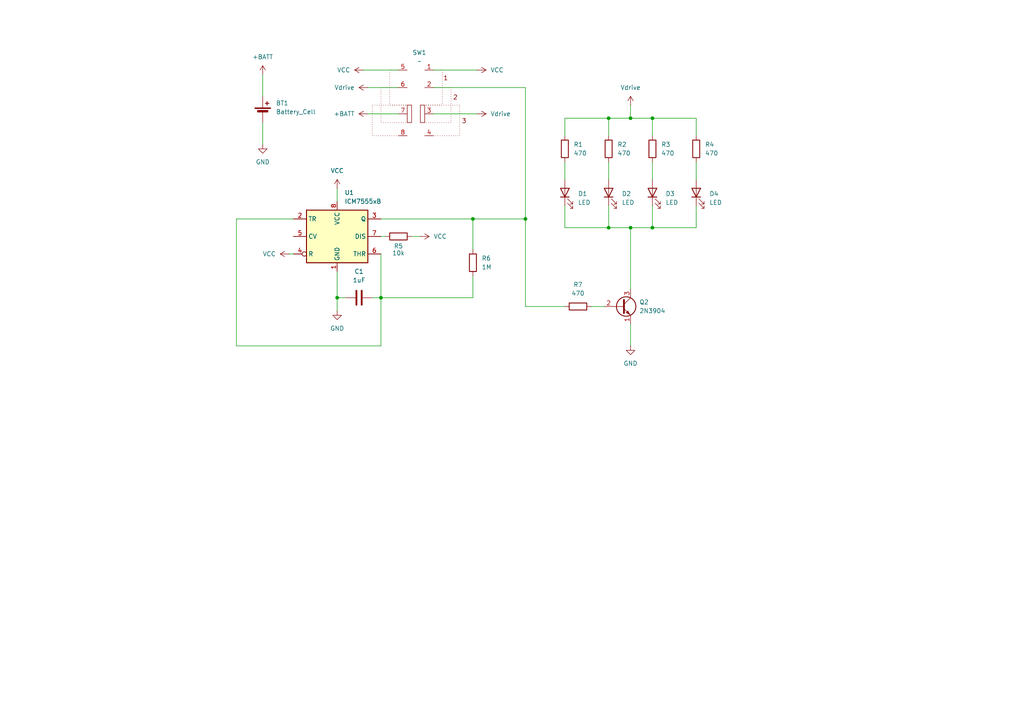
<source format=kicad_sch>
(kicad_sch (version 20250114) (generator "eeschema") (generator_version "9.0")
  (paper "A4")
  (lib_symbols
    (symbol "Device:Battery_Cell" (pin_numbers (hide yes)) (pin_names (offset 0) (hide yes))
      (property "Reference" "BT" (at 2.54 2.54 0))
      (property "Value" "Battery_Cell" (at 2.54 0 0))
      (symbol "Battery_Cell_0_1"
        (rectangle (start -2.286 1.778) (end 2.286 1.524) (fill (type outline)))
        (rectangle (start -1.524 1.016) (end 1.524 0.508) (fill (type outline)))
        (polyline (pts (xy 0 1.778) (xy 0 2.54)))
        (polyline (pts (xy 0 0.762) (xy 0 0)))
        (polyline (pts (xy 0.762 3.048) (xy 1.778 3.048)) (stroke (width 0.254)))
        (polyline (pts (xy 1.27 3.556) (xy 1.27 2.54)) (stroke (width 0.254)))
      )
      (symbol "Battery_Cell_1_1"
        (pin passive line (at 0 5.08 270) (length 2.54) (name "+") (number "1"))
        (pin passive line (at 0 -2.54 90) (length 2.54) (name "-") (number "2"))
      )
    )
    (symbol "Device:C" (pin_numbers (hide yes)) (pin_names (offset 0.254))
      (property "Reference" "C" (at 0.635 2.54 0))
      (property "Value" "C" (at 0.635 -2.54 0))
      (symbol "C_0_1"
        (polyline (pts (xy -2.032 0.762) (xy 2.032 0.762)) (stroke (width 0.508)))
        (polyline (pts (xy -2.032 -0.762) (xy 2.032 -0.762)) (stroke (width 0.508)))
      )
      (symbol "C_1_1"
        (pin passive line (at 0 3.81 270) (length 2.794) (name "~") (number "1"))
        (pin passive line (at 0 -3.81 90) (length 2.794) (name "~") (number "2"))
      )
    )
    (symbol "Device:LED" (pin_numbers (hide yes)) (pin_names (offset 1.016) (hide yes))
      (property "Reference" "D" (at 0 2.54 0))
      (property "Value" "LED" (at 0 -2.54 0))
      (symbol "LED_0_1"
        (polyline (pts (xy -3.048 -0.762) (xy -4.572 -2.286) (xy -3.81 -2.286) (xy -4.572 -2.286) (xy -4.572 -1.524)))
        (polyline (pts (xy -1.778 -0.762) (xy -3.302 -2.286) (xy -2.54 -2.286) (xy -3.302 -2.286) (xy -3.302 -1.524)))
        (polyline (pts (xy -1.27 0) (xy 1.27 0)))
        (polyline (pts (xy -1.27 -1.27) (xy -1.27 1.27)) (stroke (width 0.254)))
        (polyline (pts (xy 1.27 -1.27) (xy 1.27 1.27) (xy -1.27 0) (xy 1.27 -1.27)) (stroke (width 0.254)))
      )
      (symbol "LED_1_1"
        (pin passive line (at -3.81 0 0) (length 2.54) (name "K") (number "1"))
        (pin passive line (at 3.81 0 180) (length 2.54) (name "A") (number "2"))
      )
    )
    (symbol "Device:R" (pin_numbers (hide yes)) (pin_names (offset 0))
      (property "Reference" "R" (at 2.032 0 90))
      (property "Value" "R" (at 0 0 90))
      (symbol "R_0_1"
        (rectangle (start -1.016 -2.54) (end 1.016 2.54) (stroke (width 0.254)))
      )
      (symbol "R_1_1"
        (pin passive line (at 0 3.81 270) (length 1.27) (name "~") (number "1"))
        (pin passive line (at 0 -3.81 90) (length 1.27) (name "~") (number "2"))
      )
    )
    (symbol "My_Library:DP3T"
      (property "Reference" "SW" (at 0 11.938 0))
      (symbol "DP3T_0_1"
        (rectangle (start -2.54 -1.27) (end -1.27 -6.35))
        (rectangle (start 1.27 -1.27) (end 2.54 -6.35))
      )
      (symbol "DP3T_1_1"
        (polyline (pts (xy -5.08 8.89) (xy -7.62 8.89) (xy -7.62 -1.27) (xy -2.54 -1.27)) (stroke (width 0) (type dot)))
        (polyline (pts (xy -5.08 3.81) (xy -10.16 3.81) (xy -10.16 -6.35) (xy -2.54 -6.35)) (stroke (width 0) (type dot)))
        (polyline (pts (xy -5.08 -10.16) (xy -12.7 -10.16) (xy -12.7 -1.27) (xy -2.54 -1.27)) (stroke (width 0) (type dot)))
        (polyline (pts (xy 5.08 8.89) (xy 7.62 8.89) (xy 7.62 -1.27) (xy 2.54 -1.27)) (stroke (width 0) (type dot)))
        (polyline (pts (xy 5.08 3.81) (xy 10.16 3.81) (xy 10.16 -6.35) (xy 2.54 -6.35)) (stroke (width 0) (type dot)))
        (polyline (pts (xy 5.08 -10.16) (xy 12.7 -10.16) (xy 12.7 -1.27) (xy 2.54 -1.27)) (stroke (width 0) (type dot)))
        (text "3" (at -13.97 -5.842 0) (effects (font (size 1.27 1.27))))
        (text "2" (at -11.43 1.016 0) (effects (font (size 1.27 1.27))))
        (text "1" (at -8.636 6.604 0) (effects (font (size 1.27 1.27))))
        (pin input line (at -5.08 8.89 0) (length 2.54) (name "") (number "1"))
        (pin input line (at -5.08 3.81 0) (length 2.54) (name "") (number "2"))
        (pin input line (at -5.08 -3.81 0) (length 2.54) (name "") (number "3"))
        (pin input line (at -5.08 -10.16 0) (length 2.54) (name "") (number "4"))
        (pin input line (at 5.08 8.89 180) (length 2.54) (name "") (number "5"))
        (pin input line (at 5.08 3.81 180) (length 2.54) (name "") (number "6"))
        (pin input line (at 5.08 -3.81 180) (length 2.54) (name "") (number "7"))
        (pin input line (at 5.08 -10.16 180) (length 2.54) (name "") (number "8"))
      )
    )
    (symbol "Timer:ICM7555xB"
      (property "Reference" "U" (at -10.16 8.89 0))
      (property "Value" "ICM7555xB" (at 2.54 8.89 0))
      (symbol "ICM7555xB_0_0"
        (pin power_in line (at 0 10.16 270) (length 2.54) (name "VCC") (number "8"))
        (pin power_in line (at 0 -10.16 90) (length 2.54) (name "GND") (number "1"))
      )
      (symbol "ICM7555xB_0_1"
        (rectangle (start -8.89 -7.62) (end 8.89 7.62) (stroke (width 0.254)) (fill (type background)))
        (rectangle (start -8.89 -7.62) (end 8.89 7.62) (stroke (width 0.254)) (fill (type background)))
      )
      (symbol "ICM7555xB_1_1"
        (pin input line (at -12.7 5.08 0) (length 3.81) (name "TR") (number "2"))
        (pin input line (at -12.7 0 0) (length 3.81) (name "CV") (number "5"))
        (pin input inverted (at -12.7 -5.08 0) (length 3.81) (name "R") (number "4"))
        (pin output line (at 12.7 5.08 180) (length 3.81) (name "Q") (number "3"))
        (pin input line (at 12.7 0 180) (length 3.81) (name "DIS") (number "7"))
        (pin input line (at 12.7 -5.08 180) (length 3.81) (name "THR") (number "6"))
      )
    )
    (symbol "Transistor_BJT:2N3904" (pin_names (offset 0) (hide yes))
      (property "Reference" "Q" (at 5.08 1.905 0))
      (property "Value" "2N3904" (at 5.08 0 0))
      (symbol "2N3904_0_1"
        (polyline (pts (xy -2.54 0) (xy 0.635 0)))
        (polyline (pts (xy 0.635 1.905) (xy 0.635 -1.905)) (stroke (width 0.508)))
        (circle (center 1.27 0) (radius 2.8194) (stroke (width 0.254)))
      )
      (symbol "2N3904_1_1"
        (polyline (pts (xy 0.635 0.635) (xy 2.54 2.54)))
        (polyline (pts (xy 0.635 -0.635) (xy 2.54 -2.54)))
        (polyline (pts (xy 1.27 -1.778) (xy 1.778 -1.27) (xy 2.286 -2.286) (xy 1.27 -1.778)) (fill (type outline)))
        (pin input line (at -5.08 0 0) (length 2.54) (name "B") (number "2"))
        (pin passive line (at 2.54 5.08 270) (length 2.54) (name "C") (number "3"))
        (pin passive line (at 2.54 -5.08 90) (length 2.54) (name "E") (number "1"))
      )
    )
    (symbol "power:+BATT" (power) (pin_numbers (hide yes)) (pin_names (offset 0) (hide yes))
      (property "Value" "+BATT" (at 0 3.556 0))
      (symbol "+BATT_0_1"
        (polyline (pts (xy -0.762 1.27) (xy 0 2.54)))
        (polyline (pts (xy 0 2.54) (xy 0.762 1.27)))
        (polyline (pts (xy 0 0) (xy 0 2.54)))
      )
      (symbol "+BATT_1_1"
        (pin power_in line (at 0 0 90) (length 0) (name "~") (number "1"))
      )
    )
    (symbol "power:GND" (power) (pin_numbers (hide yes)) (pin_names (offset 0) (hide yes))
      (property "Value" "GND" (at 0 -3.81 0))
      (symbol "GND_0_1"
        (polyline (pts (xy 0 0) (xy 0 -1.27) (xy 1.27 -1.27) (xy 0 -2.54) (xy -1.27 -1.27) (xy 0 -1.27)))
      )
      (symbol "GND_1_1"
        (pin power_in line (at 0 0 270) (length 0) (name "~") (number "1"))
      )
    )
    (symbol "power:VCC" (power) (pin_numbers (hide yes)) (pin_names (offset 0) (hide yes))
      (property "Value" "VCC" (at 0 3.556 0))
      (symbol "VCC_0_1"
        (polyline (pts (xy -0.762 1.27) (xy 0 2.54)))
        (polyline (pts (xy 0 2.54) (xy 0.762 1.27)))
        (polyline (pts (xy 0 0) (xy 0 2.54)))
      )
      (symbol "VCC_1_1"
        (pin power_in line (at 0 0 90) (length 0) (name "~") (number "1"))
      )
    )
    (symbol "power:Vdrive" (power) (pin_numbers (hide yes)) (pin_names (offset 0) (hide yes))
      (property "Value" "Vdrive" (at 0 3.556 0))
      (symbol "Vdrive_0_1"
        (polyline (pts (xy -0.762 1.27) (xy 0 2.54)))
        (polyline (pts (xy 0 2.54) (xy 0.762 1.27)))
        (polyline (pts (xy 0 0) (xy 0 2.54)))
      )
      (symbol "Vdrive_1_1"
        (pin power_in line (at 0 0 90) (length 0) (name "~") (number "1"))
      )
    )
  )
  (junction (at 182.88 34.29))
  (junction (at 189.23 34.29))
  (junction (at 97.79 86.36))
  (junction (at 137.16 63.5))
  (junction (at 176.53 34.29))
  (junction (at 189.23 66.04))
  (junction (at 152.4 63.5))
  (junction (at 182.88 66.04))
  (junction (at 110.49 86.36))
  (junction (at 176.53 66.04))
  (wire (pts (xy 110.49 86.36) (xy 137.16 86.36)))
  (wire (pts (xy 110.49 86.36) (xy 110.49 100.33)))
  (wire (pts (xy 138.43 33.02) (xy 125.73 33.02)))
  (wire (pts (xy 76.2 35.56) (xy 76.2 41.91)))
  (wire (pts (xy 163.83 46.99) (xy 163.83 52.07)))
  (wire (pts (xy 110.49 73.66) (xy 110.49 86.36)))
  (wire (pts (xy 189.23 34.29) (xy 189.23 39.37)))
  (wire (pts (xy 83.82 73.66) (xy 85.09 73.66)))
  (wire (pts (xy 152.4 25.4) (xy 152.4 63.5)))
  (wire (pts (xy 171.45 88.9) (xy 175.26 88.9)))
  (wire (pts (xy 68.58 63.5) (xy 68.58 100.33)))
  (wire (pts (xy 176.53 34.29) (xy 182.88 34.29)))
  (wire (pts (xy 163.83 34.29) (xy 176.53 34.29)))
  (wire (pts (xy 115.57 20.32) (xy 105.41 20.32)))
  (wire (pts (xy 137.16 86.36) (xy 137.16 80.01)))
  (wire (pts (xy 97.79 78.74) (xy 97.79 86.36)))
  (wire (pts (xy 182.88 30.48) (xy 182.88 34.29)))
  (wire (pts (xy 137.16 63.5) (xy 152.4 63.5)))
  (wire (pts (xy 106.68 33.02) (xy 115.57 33.02)))
  (wire (pts (xy 163.83 66.04) (xy 176.53 66.04)))
  (wire (pts (xy 189.23 46.99) (xy 189.23 52.07)))
  (wire (pts (xy 163.83 59.69) (xy 163.83 66.04)))
  (wire (pts (xy 125.73 25.4) (xy 152.4 25.4)))
  (wire (pts (xy 163.83 34.29) (xy 163.83 39.37)))
  (wire (pts (xy 189.23 34.29) (xy 201.93 34.29)))
  (wire (pts (xy 201.93 34.29) (xy 201.93 39.37)))
  (wire (pts (xy 201.93 66.04) (xy 189.23 66.04)))
  (wire (pts (xy 201.93 46.99) (xy 201.93 52.07)))
  (wire (pts (xy 152.4 88.9) (xy 163.83 88.9)))
  (wire (pts (xy 110.49 68.58) (xy 111.76 68.58)))
  (wire (pts (xy 115.57 25.4) (xy 106.68 25.4)))
  (wire (pts (xy 182.88 93.98) (xy 182.88 100.33)))
  (wire (pts (xy 189.23 66.04) (xy 189.23 59.69)))
  (wire (pts (xy 107.95 86.36) (xy 110.49 86.36)))
  (wire (pts (xy 97.79 86.36) (xy 97.79 90.17)))
  (wire (pts (xy 119.38 68.58) (xy 121.92 68.58)))
  (wire (pts (xy 152.4 63.5) (xy 152.4 88.9)))
  (wire (pts (xy 97.79 54.61) (xy 97.79 58.42)))
  (wire (pts (xy 176.53 34.29) (xy 176.53 39.37)))
  (wire (pts (xy 110.49 63.5) (xy 137.16 63.5)))
  (wire (pts (xy 138.43 20.32) (xy 125.73 20.32)))
  (wire (pts (xy 182.88 66.04) (xy 189.23 66.04)))
  (wire (pts (xy 85.09 63.5) (xy 68.58 63.5)))
  (wire (pts (xy 201.93 59.69) (xy 201.93 66.04)))
  (wire (pts (xy 176.53 46.99) (xy 176.53 52.07)))
  (wire (pts (xy 176.53 59.69) (xy 176.53 66.04)))
  (wire (pts (xy 97.79 86.36) (xy 100.33 86.36)))
  (wire (pts (xy 182.88 66.04) (xy 182.88 83.82)))
  (wire (pts (xy 76.2 21.59) (xy 76.2 27.94)))
  (wire (pts (xy 137.16 63.5) (xy 137.16 72.39)))
  (wire (pts (xy 182.88 34.29) (xy 189.23 34.29)))
  (wire (pts (xy 68.58 100.33) (xy 110.49 100.33)))
  (wire (pts (xy 176.53 66.04) (xy 182.88 66.04)))
  (symbol (lib_id "power:VCC") (at 105.41 20.32 90) (mirror x) (unit 1)
    (property "Reference" "#PWR016" (effects (hide yes)))
    (property "Value" "VCC" (at 101.6 20.3199 90) (effects (justify left)))
    (property "Description" "Power symbol creates a global label with name \"VCC\"" (effects (hide yes)))
  )
  (symbol (lib_id "Device:R") (at 201.93 43.18 0) (unit 1)
    (property "Reference" "R4" (at 204.47 41.9099 0) (effects (justify left)))
    (property "Value" "470" (at 204.47 44.4499 0) (effects (justify left)))
    (property "Footprint" "Resistor_THT:R_Axial_DIN0207_L6.3mm_D2.5mm_P10.16mm_Horizontal" (effects (hide yes)))
    (property "Description" "Resistor" (effects (hide yes)))
  )
  (symbol (lib_id "power:Vdrive") (at 106.68 25.4 90) (mirror x) (unit 1)
    (property "Reference" "#PWR018" (effects (hide yes)))
    (property "Value" "Vdrive" (at 102.87 25.3999 90) (effects (justify left)))
    (property "Description" "Power symbol creates a global label with name \"Vdrive\"" (effects (hide yes)))
  )
  (symbol (lib_id "Transistor_BJT:2N3904") (at 180.34 88.9 0) (unit 1)
    (property "Reference" "Q2" (at 185.42 87.6299 0) (effects (justify left)))
    (property "Value" "2N3904" (at 185.42 90.1699 0) (effects (justify left)))
    (property "Footprint" "Package_TO_SOT_THT:TO-92_Inline" (effects (hide yes)))
    (property "Datasheet" "https://www.onsemi.com/pub/Collateral/2N3903-D.PDF" (effects (hide yes)))
    (property "Description" "0.2A Ic, 40V Vce, Small Signal NPN Transistor, TO-92" (effects (hide yes)))
  )
  (symbol (lib_id "power:VCC") (at 97.79 54.61 0) (unit 1)
    (property "Reference" "#PWR010" (effects (hide yes)))
    (property "Value" "VCC" (at 97.79 49.53 0))
    (property "Description" "Power symbol creates a global label with name \"VCC\"" (effects (hide yes)))
  )
  (symbol (lib_id "power:VCC") (at 121.92 68.58 270) (unit 1)
    (property "Reference" "#PWR01" (effects (hide yes)))
    (property "Value" "VCC" (at 125.73 68.5799 90) (effects (justify left)))
    (property "Description" "Power symbol creates a global label with name \"VCC\"" (effects (hide yes)))
  )
  (symbol (lib_id "power:VCC") (at 83.82 73.66 90) (unit 1)
    (property "Reference" "#PWR04" (effects (hide yes)))
    (property "Value" "VCC" (at 80.01 73.6599 90) (effects (justify left)))
    (property "Description" "Power symbol creates a global label with name \"VCC\"" (effects (hide yes)))
  )
  (symbol (lib_id "Device:LED") (at 163.83 55.88 90) (unit 1)
    (property "Reference" "D1" (at 167.64 56.1974 90) (effects (justify right)))
    (property "Value" "LED" (at 167.64 58.7374 90) (effects (justify right)))
    (property "Footprint" "LED_SMD:LED_1206_3216Metric_Pad1.42x1.75mm_HandSolder" (effects (hide yes)))
    (property "Description" "Light emitting diode" (effects (hide yes)))
    (property "Sim.Pins" "1=K 2=A" (effects (hide yes)))
  )
  (symbol (lib_id "power:+BATT") (at 76.2 21.59 0) (unit 1)
    (property "Reference" "#PWR07" (effects (hide yes)))
    (property "Value" "+BATT" (at 76.2 16.51 0))
    (property "Description" "Power symbol creates a global label with name \"+BATT\"" (effects (hide yes)))
  )
  (symbol (lib_id "power:VCC") (at 138.43 20.32 270) (mirror x) (unit 1)
    (property "Reference" "#PWR017" (effects (hide yes)))
    (property "Value" "VCC" (at 142.24 20.3199 90) (effects (justify left)))
    (property "Description" "Power symbol creates a global label with name \"VCC\"" (effects (hide yes)))
  )
  (symbol (lib_id "power:Vdrive") (at 138.43 33.02 270) (mirror x) (unit 1)
    (property "Reference" "#PWR015" (effects (hide yes)))
    (property "Value" "Vdrive" (at 142.24 33.0199 90) (effects (justify left)))
    (property "Description" "Power symbol creates a global label with name \"Vdrive\"" (effects (hide yes)))
  )
  (symbol (lib_id "Device:C") (at 104.14 86.36 90) (unit 1)
    (property "Reference" "C1" (at 104.14 78.74 90))
    (property "Value" "1uF" (at 104.14 81.28 90))
    (property "Footprint" "Capacitor_SMD:C_1206_3216Metric_Pad1.33x1.80mm_HandSolder" (effects (hide yes)))
    (property "Description" "Unpolarized capacitor" (effects (hide yes)))
  )
  (symbol (lib_id "My_Library:DP3T") (at 120.65 29.21 0) (mirror y) (unit 1)
    (property "Reference" "SW1" (at 121.643 15.24 0))
    (property "Value" "~" (at 121.643 17.78 0))
    (property "Footprint" "My_Library:SLW-133538-2A-SMT-TR" (effects (hide yes)))
  )
  (symbol (lib_id "power:Vdrive") (at 182.88 30.48 0) (unit 1)
    (property "Reference" "#PWR011" (effects (hide yes)))
    (property "Value" "Vdrive" (at 182.88 25.4 0))
    (property "Description" "Power symbol creates a global label with name \"Vdrive\"" (effects (hide yes)))
  )
  (symbol (lib_id "power:GND") (at 182.88 100.33 0) (unit 1)
    (property "Reference" "#PWR02" (effects (hide yes)))
    (property "Value" "GND" (at 182.88 105.41 0))
    (property "Description" "Power symbol creates a global label with name \"GND\" , ground" (effects (hide yes)))
  )
  (symbol (lib_id "power:GND") (at 76.2 41.91 0) (unit 1)
    (property "Reference" "#PWR08" (effects (hide yes)))
    (property "Value" "GND" (at 76.2 46.99 0))
    (property "Description" "Power symbol creates a global label with name \"GND\" , ground" (effects (hide yes)))
  )
  (symbol (lib_id "power:GND") (at 97.79 90.17 0) (unit 1)
    (property "Reference" "#PWR03" (effects (hide yes)))
    (property "Value" "GND" (at 97.79 95.25 0))
    (property "Description" "Power symbol creates a global label with name \"GND\" , ground" (effects (hide yes)))
  )
  (symbol (lib_id "Device:R") (at 167.64 88.9 90) (unit 1)
    (property "Reference" "R7" (at 167.64 82.55 90))
    (property "Value" "470" (at 167.64 85.09 90))
    (property "Footprint" "Resistor_SMD:R_1206_3216Metric_Pad1.30x1.75mm_HandSolder" (effects (hide yes)))
    (property "Description" "Resistor" (effects (hide yes)))
  )
  (symbol (lib_id "Device:LED") (at 176.53 55.88 90) (unit 1)
    (property "Reference" "D2" (at 180.34 56.1974 90) (effects (justify right)))
    (property "Value" "LED" (at 180.34 58.7374 90) (effects (justify right)))
    (property "Footprint" "LED_SMD:LED_1206_3216Metric_Pad1.42x1.75mm_HandSolder" (effects (hide yes)))
    (property "Description" "Light emitting diode" (effects (hide yes)))
    (property "Sim.Pins" "1=K 2=A" (effects (hide yes)))
  )
  (symbol (lib_id "Device:R") (at 163.83 43.18 0) (unit 1)
    (property "Reference" "R1" (at 166.37 41.9099 0) (effects (justify left)))
    (property "Value" "470" (at 166.37 44.4499 0) (effects (justify left)))
    (property "Footprint" "Resistor_THT:R_Axial_DIN0207_L6.3mm_D2.5mm_P10.16mm_Horizontal" (effects (hide yes)))
    (property "Description" "Resistor" (effects (hide yes)))
  )
  (symbol (lib_id "Device:Battery_Cell") (at 76.2 33.02 0) (unit 1)
    (property "Reference" "BT1" (at 80.01 29.9084 0) (effects (justify left)))
    (property "Value" "Battery_Cell" (at 80.01 32.4484 0) (effects (justify left)))
    (property "Footprint" "My_Library:BAT-HLD-003-SMT" (effects (hide yes)))
    (property "Description" "Single-cell battery" (effects (hide yes)))
  )
  (symbol (lib_id "Device:R") (at 115.57 68.58 270) (unit 1)
    (property "Reference" "R5" (at 115.57 71.374 90))
    (property "Value" "10k" (at 115.57 73.406 90))
    (property "Footprint" "Resistor_SMD:R_1206_3216Metric_Pad1.30x1.75mm_HandSolder" (effects (hide yes)))
    (property "Description" "Resistor" (effects (hide yes)))
  )
  (symbol (lib_id "Device:R") (at 176.53 43.18 0) (unit 1)
    (property "Reference" "R2" (at 179.07 41.9099 0) (effects (justify left)))
    (property "Value" "470" (at 179.07 44.4499 0) (effects (justify left)))
    (property "Footprint" "Resistor_THT:R_Axial_DIN0207_L6.3mm_D2.5mm_P10.16mm_Horizontal" (effects (hide yes)))
    (property "Description" "Resistor" (effects (hide yes)))
  )
  (symbol (lib_id "power:+BATT") (at 106.68 33.02 90) (mirror x) (unit 1)
    (property "Reference" "#PWR014" (effects (hide yes)))
    (property "Value" "+BATT" (at 102.87 33.0199 90) (effects (justify left)))
    (property "Description" "Power symbol creates a global label with name \"+BATT\"" (effects (hide yes)))
  )
  (symbol (lib_id "Device:LED") (at 189.23 55.88 90) (unit 1)
    (property "Reference" "D3" (at 193.04 56.1974 90) (effects (justify right)))
    (property "Value" "LED" (at 193.04 58.7374 90) (effects (justify right)))
    (property "Footprint" "LED_SMD:LED_1206_3216Metric_Pad1.42x1.75mm_HandSolder" (effects (hide yes)))
    (property "Description" "Light emitting diode" (effects (hide yes)))
    (property "Sim.Pins" "1=K 2=A" (effects (hide yes)))
  )
  (symbol (lib_id "Device:R") (at 189.23 43.18 0) (unit 1)
    (property "Reference" "R3" (at 191.77 41.9099 0) (effects (justify left)))
    (property "Value" "470" (at 191.77 44.4499 0) (effects (justify left)))
    (property "Footprint" "Resistor_THT:R_Axial_DIN0207_L6.3mm_D2.5mm_P10.16mm_Horizontal" (effects (hide yes)))
    (property "Description" "Resistor" (effects (hide yes)))
  )
  (symbol (lib_id "Timer:ICM7555xB") (at 97.79 68.58 0) (unit 1)
    (property "Reference" "U1" (at 99.9333 55.88 0) (effects (justify left)))
    (property "Value" "ICM7555xB" (at 99.9333 58.42 0) (effects (justify left)))
    (property "Footprint" "Package_SO:SOIC-8_3.9x4.9mm_P1.27mm" (effects (hide yes)))
    (property "Datasheet" "http://www.intersil.com/content/dam/Intersil/documents/icm7/icm7555-56.pdf" (effects (hide yes)))
    (property "Description" "CMOS General Purpose Timer, 555 compatible, SOIC-8" (effects (hide yes)))
  )
  (symbol (lib_id "Device:R") (at 137.16 76.2 180) (unit 1)
    (property "Reference" "R6" (at 139.7 74.9299 0) (effects (justify right)))
    (property "Value" "1M" (at 139.7 77.4699 0) (effects (justify right)))
    (property "Footprint" "Resistor_SMD:R_1206_3216Metric_Pad1.30x1.75mm_HandSolder" (effects (hide yes)))
    (property "Description" "Resistor" (effects (hide yes)))
  )
  (symbol (lib_id "Device:LED") (at 201.93 55.88 90) (unit 1)
    (property "Reference" "D4" (at 205.74 56.1974 90) (effects (justify right)))
    (property "Value" "LED" (at 205.74 58.7374 90) (effects (justify right)))
    (property "Footprint" "LED_SMD:LED_1206_3216Metric_Pad1.42x1.75mm_HandSolder" (effects (hide yes)))
    (property "Description" "Light emitting diode" (effects (hide yes)))
    (property "Sim.Pins" "1=K 2=A" (effects (hide yes)))
  )
)
</source>
